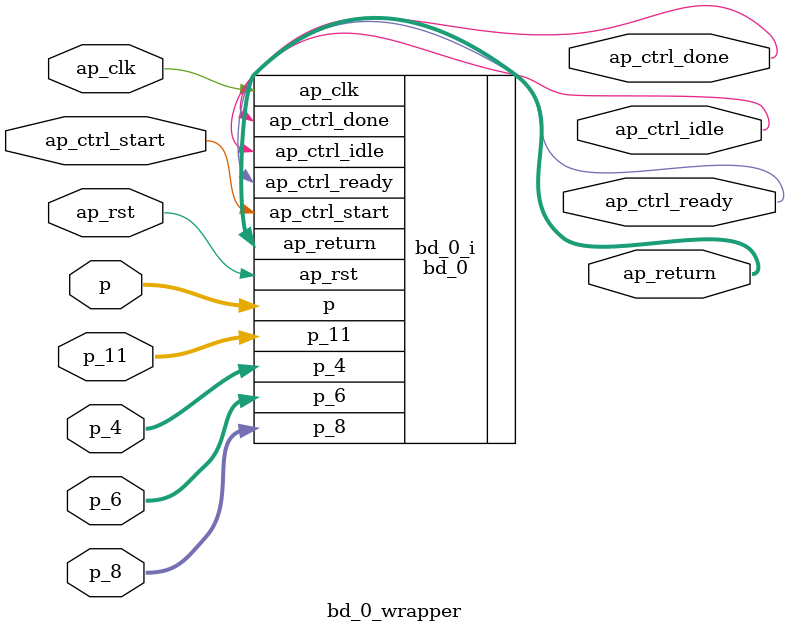
<source format=v>
`timescale 1 ps / 1 ps

module bd_0_wrapper
   (ap_clk,
    ap_ctrl_done,
    ap_ctrl_idle,
    ap_ctrl_ready,
    ap_ctrl_start,
    ap_return,
    ap_rst,
    p,
    p_11,
    p_4,
    p_6,
    p_8);
  input ap_clk;
  output ap_ctrl_done;
  output ap_ctrl_idle;
  output ap_ctrl_ready;
  input ap_ctrl_start;
  output [63:0]ap_return;
  input ap_rst;
  input [63:0]p;
  input [63:0]p_11;
  input [63:0]p_4;
  input [7:0]p_6;
  input [15:0]p_8;

  wire ap_clk;
  wire ap_ctrl_done;
  wire ap_ctrl_idle;
  wire ap_ctrl_ready;
  wire ap_ctrl_start;
  wire [63:0]ap_return;
  wire ap_rst;
  wire [63:0]p;
  wire [63:0]p_11;
  wire [63:0]p_4;
  wire [7:0]p_6;
  wire [15:0]p_8;

  bd_0 bd_0_i
       (.ap_clk(ap_clk),
        .ap_ctrl_done(ap_ctrl_done),
        .ap_ctrl_idle(ap_ctrl_idle),
        .ap_ctrl_ready(ap_ctrl_ready),
        .ap_ctrl_start(ap_ctrl_start),
        .ap_return(ap_return),
        .ap_rst(ap_rst),
        .p(p),
        .p_11(p_11),
        .p_4(p_4),
        .p_6(p_6),
        .p_8(p_8));
endmodule

</source>
